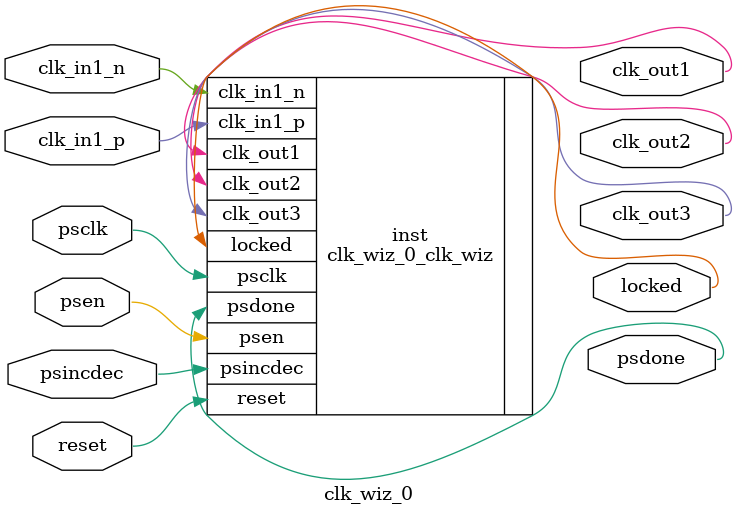
<source format=v>


`timescale 1ps/1ps

(* CORE_GENERATION_INFO = "clk_wiz_0,clk_wiz_v6_0_17_0_0,{component_name=clk_wiz_0,use_phase_alignment=false,use_min_o_jitter=true,use_max_i_jitter=false,use_dyn_phase_shift=true,use_inclk_switchover=false,use_dyn_reconfig=false,enable_axi=0,feedback_source=FDBK_AUTO,PRIMITIVE=MMCM,num_out_clk=3,clkin1_period=10.000,clkin2_period=10.000,use_power_down=false,use_reset=true,use_locked=true,use_inclk_stopped=false,feedback_type=SINGLE,CLOCK_MGR_TYPE=NA,manual_override=false}" *)

module clk_wiz_0 
 (
  // Clock out ports
  output        clk_out1,
  output        clk_out2,
  output        clk_out3,
  // Dynamic phase shift ports
  input         psclk,
  input         psen,
  input         psincdec,
  output        psdone,
  // Status and control signals
  input         reset,
  output        locked,
 // Clock in ports
  input         clk_in1_p,
  input         clk_in1_n
 );

  clk_wiz_0_clk_wiz inst
  (
  // Clock out ports  
  .clk_out1(clk_out1),
  .clk_out2(clk_out2),
  .clk_out3(clk_out3),
  // Dynamic phase shift ports                
  .psclk(psclk),
  .psen(psen),
  .psincdec(psincdec),
  .psdone(psdone),
  // Status and control signals               
  .reset(reset), 
  .locked(locked),
 // Clock in ports
  .clk_in1_p(clk_in1_p),
  .clk_in1_n(clk_in1_n)
  );

endmodule

</source>
